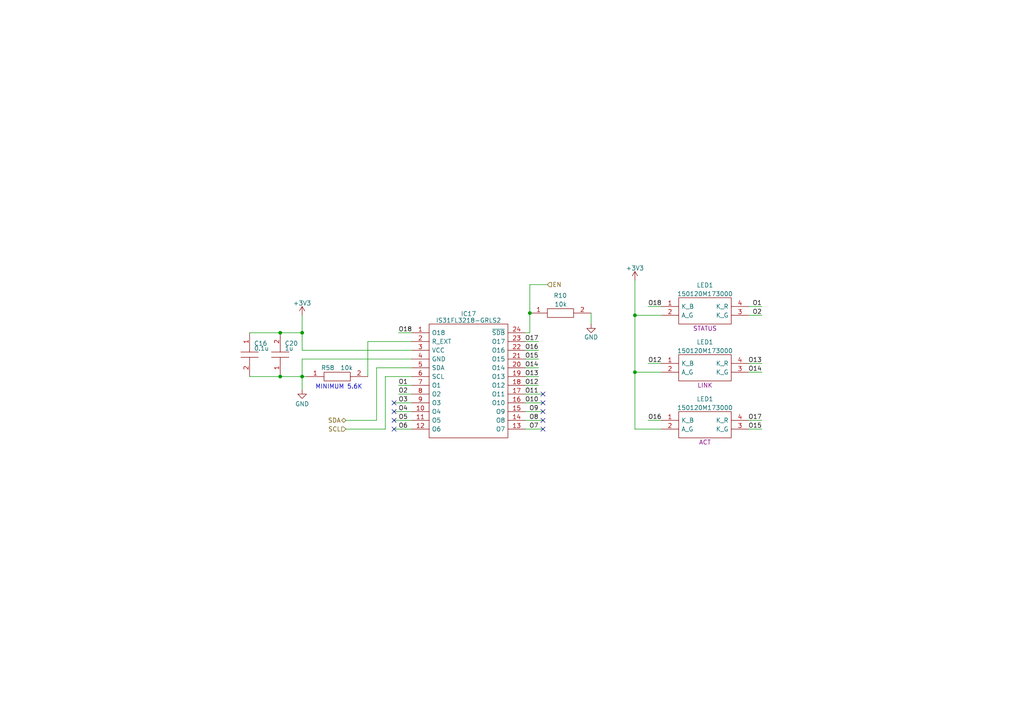
<source format=kicad_sch>
(kicad_sch
	(version 20231120)
	(generator "eeschema")
	(generator_version "8.0")
	(uuid "58a64660-cce6-45a8-8aff-87ca4a7eb9d6")
	(paper "A4")
	(title_block
		(title "Oro Link")
		(date "2024-06-09")
		(rev "7")
		(company "Oro Operating System")
		(comment 1 "://oro.sh")
		(comment 2 "Joshua Lee Junon")
	)
	(lib_symbols
		(symbol "Oro:MSAST1L3YB5104KFNA01"
			(pin_names
				(offset 0.762)
			)
			(exclude_from_sim no)
			(in_bom yes)
			(on_board yes)
			(property "Reference" "C"
				(at 8.89 6.35 0)
				(effects
					(font
						(size 1.27 1.27)
					)
					(justify left)
				)
			)
			(property "Value" "MSAST1L3YB5104KFNA01"
				(at 8.89 3.81 0)
				(effects
					(font
						(size 1.27 1.27)
					)
					(justify left)
				)
			)
			(property "Footprint" "CAPC1005X33N"
				(at 8.89 1.27 0)
				(effects
					(font
						(size 1.27 1.27)
					)
					(justify left)
					(hide yes)
				)
			)
			(property "Datasheet" "https://www.mouser.de/datasheet/2/396/TaiyoYuden_MSAST1L3YB5104KFNA01_SS-3009733.pdf"
				(at 8.89 -1.27 0)
				(effects
					(font
						(size 1.27 1.27)
					)
					(justify left)
					(hide yes)
				)
			)
			(property "Description" "Multilayer Ceramic Capacitors MLCC - SMD/SMT 0402 25VDC 0.1uF 10% X5R"
				(at 8.89 -3.81 0)
				(effects
					(font
						(size 1.27 1.27)
					)
					(justify left)
					(hide yes)
				)
			)
			(property "Height" "0.33"
				(at 8.89 -6.35 0)
				(effects
					(font
						(size 1.27 1.27)
					)
					(justify left)
					(hide yes)
				)
			)
			(property "Manufacturer_Name" "TAIYO YUDEN"
				(at 8.89 -8.89 0)
				(effects
					(font
						(size 1.27 1.27)
					)
					(justify left)
					(hide yes)
				)
			)
			(property "Manufacturer_Part_Number" "MSAST1L3YB5104KFNA01"
				(at 8.89 -11.43 0)
				(effects
					(font
						(size 1.27 1.27)
					)
					(justify left)
					(hide yes)
				)
			)
			(property "Mouser Part Number" "963-MSAST1L3YB5104KF"
				(at 8.89 -13.97 0)
				(effects
					(font
						(size 1.27 1.27)
					)
					(justify left)
					(hide yes)
				)
			)
			(property "Mouser Price/Stock" "https://www.mouser.de/ProductDetail/TAIYO-YUDEN/MSAST1L3YB5104KFNA01?qs=tlsG%2FOw5FFhBwK%252BMwEZpCA%3D%3D"
				(at 8.89 -16.51 0)
				(effects
					(font
						(size 1.27 1.27)
					)
					(justify left)
					(hide yes)
				)
			)
			(property "Arrow Part Number" ""
				(at 8.89 -19.05 0)
				(effects
					(font
						(size 1.27 1.27)
					)
					(justify left)
					(hide yes)
				)
			)
			(property "Arrow Price/Stock" ""
				(at 8.89 -21.59 0)
				(effects
					(font
						(size 1.27 1.27)
					)
					(justify left)
					(hide yes)
				)
			)
			(symbol "MSAST1L3YB5104KFNA01_0_0"
				(pin passive line
					(at 0 0 0)
					(length 5.08)
					(name "~"
						(effects
							(font
								(size 1.27 1.27)
							)
						)
					)
					(number "1"
						(effects
							(font
								(size 1.27 1.27)
							)
						)
					)
				)
				(pin passive line
					(at 12.7 0 180)
					(length 5.08)
					(name "~"
						(effects
							(font
								(size 1.27 1.27)
							)
						)
					)
					(number "2"
						(effects
							(font
								(size 1.27 1.27)
							)
						)
					)
				)
			)
			(symbol "MSAST1L3YB5104KFNA01_0_1"
				(polyline
					(pts
						(xy 5.08 0) (xy 5.588 0)
					)
					(stroke
						(width 0.1524)
						(type solid)
					)
					(fill
						(type none)
					)
				)
				(polyline
					(pts
						(xy 5.588 2.54) (xy 5.588 -2.54)
					)
					(stroke
						(width 0.1524)
						(type solid)
					)
					(fill
						(type none)
					)
				)
				(polyline
					(pts
						(xy 7.112 0) (xy 7.62 0)
					)
					(stroke
						(width 0.1524)
						(type solid)
					)
					(fill
						(type none)
					)
				)
				(polyline
					(pts
						(xy 7.112 2.54) (xy 7.112 -2.54)
					)
					(stroke
						(width 0.1524)
						(type solid)
					)
					(fill
						(type none)
					)
				)
			)
		)
		(symbol "SamacSys_Parts:0603YD105KAT2A"
			(pin_names
				(offset 0.762)
			)
			(exclude_from_sim no)
			(in_bom yes)
			(on_board yes)
			(property "Reference" "C"
				(at 8.89 6.35 0)
				(effects
					(font
						(size 1.27 1.27)
					)
					(justify left)
				)
			)
			(property "Value" "0603YD105KAT2A"
				(at 8.89 3.81 0)
				(effects
					(font
						(size 1.27 1.27)
					)
					(justify left)
				)
			)
			(property "Footprint" "CAPC1608X90N"
				(at 8.89 1.27 0)
				(effects
					(font
						(size 1.27 1.27)
					)
					(justify left)
					(hide yes)
				)
			)
			(property "Datasheet" "http://datasheets.avx.com/cx5r.pdf"
				(at 8.89 -1.27 0)
				(effects
					(font
						(size 1.27 1.27)
					)
					(justify left)
					(hide yes)
				)
			)
			(property "Description" "AVX 1uF  /-10% 16 V dc X5R Dielectric SMD Ceramic Multilayer Capacitor 0603"
				(at 8.89 -3.81 0)
				(effects
					(font
						(size 1.27 1.27)
					)
					(justify left)
					(hide yes)
				)
			)
			(property "Height" "0.9"
				(at 8.89 -6.35 0)
				(effects
					(font
						(size 1.27 1.27)
					)
					(justify left)
					(hide yes)
				)
			)
			(property "Manufacturer_Name" "AVX"
				(at 8.89 -8.89 0)
				(effects
					(font
						(size 1.27 1.27)
					)
					(justify left)
					(hide yes)
				)
			)
			(property "Manufacturer_Part_Number" "0603YD105KAT2A"
				(at 8.89 -11.43 0)
				(effects
					(font
						(size 1.27 1.27)
					)
					(justify left)
					(hide yes)
				)
			)
			(property "Mouser Part Number" "581-0603YD105K"
				(at 8.89 -13.97 0)
				(effects
					(font
						(size 1.27 1.27)
					)
					(justify left)
					(hide yes)
				)
			)
			(property "Mouser Price/Stock" "https://www.mouser.co.uk/ProductDetail/AVX/0603YD105KAT2A?qs=Gc704lYbI0yxwip%252B5td8dA%3D%3D"
				(at 8.89 -16.51 0)
				(effects
					(font
						(size 1.27 1.27)
					)
					(justify left)
					(hide yes)
				)
			)
			(property "Arrow Part Number" "0603YD105KAT2A"
				(at 8.89 -19.05 0)
				(effects
					(font
						(size 1.27 1.27)
					)
					(justify left)
					(hide yes)
				)
			)
			(property "Arrow Price/Stock" "https://www.arrow.com/en/products/0603yd105kat2a/avx"
				(at 8.89 -21.59 0)
				(effects
					(font
						(size 1.27 1.27)
					)
					(justify left)
					(hide yes)
				)
			)
			(symbol "0603YD105KAT2A_0_0"
				(pin passive line
					(at 0 0 0)
					(length 5.08)
					(name "~"
						(effects
							(font
								(size 1.27 1.27)
							)
						)
					)
					(number "1"
						(effects
							(font
								(size 1.27 1.27)
							)
						)
					)
				)
				(pin passive line
					(at 12.7 0 180)
					(length 5.08)
					(name "~"
						(effects
							(font
								(size 1.27 1.27)
							)
						)
					)
					(number "2"
						(effects
							(font
								(size 1.27 1.27)
							)
						)
					)
				)
			)
			(symbol "0603YD105KAT2A_0_1"
				(polyline
					(pts
						(xy 5.08 0) (xy 5.588 0)
					)
					(stroke
						(width 0.1524)
						(type solid)
					)
					(fill
						(type none)
					)
				)
				(polyline
					(pts
						(xy 5.588 2.54) (xy 5.588 -2.54)
					)
					(stroke
						(width 0.1524)
						(type solid)
					)
					(fill
						(type none)
					)
				)
				(polyline
					(pts
						(xy 7.112 0) (xy 7.62 0)
					)
					(stroke
						(width 0.1524)
						(type solid)
					)
					(fill
						(type none)
					)
				)
				(polyline
					(pts
						(xy 7.112 2.54) (xy 7.112 -2.54)
					)
					(stroke
						(width 0.1524)
						(type solid)
					)
					(fill
						(type none)
					)
				)
			)
		)
		(symbol "SamacSys_Parts:150120M173000"
			(pin_names
				(offset 0.762)
			)
			(exclude_from_sim no)
			(in_bom yes)
			(on_board yes)
			(property "Reference" "LED"
				(at 21.59 7.62 0)
				(effects
					(font
						(size 1.27 1.27)
					)
					(justify left)
				)
			)
			(property "Value" "150120M173000"
				(at 21.59 5.08 0)
				(effects
					(font
						(size 1.27 1.27)
					)
					(justify left)
				)
			)
			(property "Footprint" "150120M173000"
				(at 21.59 2.54 0)
				(effects
					(font
						(size 1.27 1.27)
					)
					(justify left)
					(hide yes)
				)
			)
			(property "Datasheet" "https://www.we-online.com/catalog/datasheet/150120M173000.pdf"
				(at 21.59 0 0)
				(effects
					(font
						(size 1.27 1.27)
					)
					(justify left)
					(hide yes)
				)
			)
			(property "Description" "Standard LEDs - SMD WL-SFCW SMT Full-color Chip LED waterclear 1206 RGB"
				(at 21.59 -2.54 0)
				(effects
					(font
						(size 1.27 1.27)
					)
					(justify left)
					(hide yes)
				)
			)
			(property "Height" "0.85"
				(at 21.59 -5.08 0)
				(effects
					(font
						(size 1.27 1.27)
					)
					(justify left)
					(hide yes)
				)
			)
			(property "Manufacturer_Name" "Wurth Elektronik"
				(at 21.59 -7.62 0)
				(effects
					(font
						(size 1.27 1.27)
					)
					(justify left)
					(hide yes)
				)
			)
			(property "Manufacturer_Part_Number" "150120M173000"
				(at 21.59 -10.16 0)
				(effects
					(font
						(size 1.27 1.27)
					)
					(justify left)
					(hide yes)
				)
			)
			(property "Mouser Part Number" "710-150120M173000"
				(at 21.59 -12.7 0)
				(effects
					(font
						(size 1.27 1.27)
					)
					(justify left)
					(hide yes)
				)
			)
			(property "Mouser Price/Stock" "https://www.mouser.co.uk/ProductDetail/Wurth-Elektronik/150120M173000?qs=GedFDFLaBXG2uqjQCP7dEg%3D%3D"
				(at 21.59 -15.24 0)
				(effects
					(font
						(size 1.27 1.27)
					)
					(justify left)
					(hide yes)
				)
			)
			(property "Arrow Part Number" ""
				(at 21.59 -17.78 0)
				(effects
					(font
						(size 1.27 1.27)
					)
					(justify left)
					(hide yes)
				)
			)
			(property "Arrow Price/Stock" ""
				(at 21.59 -20.32 0)
				(effects
					(font
						(size 1.27 1.27)
					)
					(justify left)
					(hide yes)
				)
			)
			(property "Mouser Testing Part Number" ""
				(at 21.59 -22.86 0)
				(effects
					(font
						(size 1.27 1.27)
					)
					(justify left)
					(hide yes)
				)
			)
			(property "Mouser Testing Price/Stock" ""
				(at 21.59 -25.4 0)
				(effects
					(font
						(size 1.27 1.27)
					)
					(justify left)
					(hide yes)
				)
			)
			(symbol "150120M173000_0_0"
				(pin passive line
					(at 0 0 0)
					(length 5.08)
					(name "K_B"
						(effects
							(font
								(size 1.27 1.27)
							)
						)
					)
					(number "1"
						(effects
							(font
								(size 1.27 1.27)
							)
						)
					)
				)
				(pin passive line
					(at 0 -2.54 0)
					(length 5.08)
					(name "A_G"
						(effects
							(font
								(size 1.27 1.27)
							)
						)
					)
					(number "2"
						(effects
							(font
								(size 1.27 1.27)
							)
						)
					)
				)
				(pin passive line
					(at 25.4 -2.54 180)
					(length 5.08)
					(name "K_G"
						(effects
							(font
								(size 1.27 1.27)
							)
						)
					)
					(number "3"
						(effects
							(font
								(size 1.27 1.27)
							)
						)
					)
				)
				(pin passive line
					(at 25.4 0 180)
					(length 5.08)
					(name "K_R"
						(effects
							(font
								(size 1.27 1.27)
							)
						)
					)
					(number "4"
						(effects
							(font
								(size 1.27 1.27)
							)
						)
					)
				)
			)
			(symbol "150120M173000_0_1"
				(polyline
					(pts
						(xy 5.08 2.54) (xy 20.32 2.54) (xy 20.32 -5.08) (xy 5.08 -5.08) (xy 5.08 2.54)
					)
					(stroke
						(width 0.1524)
						(type default)
					)
					(fill
						(type none)
					)
				)
			)
		)
		(symbol "SamacSys_Parts:IS31FL3218-GRLS2"
			(pin_names
				(offset 0.762)
			)
			(exclude_from_sim no)
			(in_bom yes)
			(on_board yes)
			(property "Reference" "IC"
				(at 29.21 7.62 0)
				(effects
					(font
						(size 1.27 1.27)
					)
					(justify left)
				)
			)
			(property "Value" "IS31FL3218-GRLS2"
				(at 29.21 5.08 0)
				(effects
					(font
						(size 1.27 1.27)
					)
					(justify left)
				)
			)
			(property "Footprint" "SOIC127P1036X265-24N"
				(at 29.21 2.54 0)
				(effects
					(font
						(size 1.27 1.27)
					)
					(justify left)
					(hide yes)
				)
			)
			(property "Datasheet" "https://www.mouser.de/datasheet/2/198/IS31FL3218_DS-1949531.pdf"
				(at 29.21 0 0)
				(effects
					(font
						(size 1.27 1.27)
					)
					(justify left)
					(hide yes)
				)
			)
			(property "Description" "IC LED DRIVER 18CH CC PWM 24SOIC"
				(at 29.21 -2.54 0)
				(effects
					(font
						(size 1.27 1.27)
					)
					(justify left)
					(hide yes)
				)
			)
			(property "Height" "2.65"
				(at 29.21 -5.08 0)
				(effects
					(font
						(size 1.27 1.27)
					)
					(justify left)
					(hide yes)
				)
			)
			(property "Manufacturer_Name" "Lumissil"
				(at 29.21 -7.62 0)
				(effects
					(font
						(size 1.27 1.27)
					)
					(justify left)
					(hide yes)
				)
			)
			(property "Manufacturer_Part_Number" "IS31FL3218-GRLS2"
				(at 29.21 -10.16 0)
				(effects
					(font
						(size 1.27 1.27)
					)
					(justify left)
					(hide yes)
				)
			)
			(property "Mouser Part Number" ""
				(at 29.21 -12.7 0)
				(effects
					(font
						(size 1.27 1.27)
					)
					(justify left)
					(hide yes)
				)
			)
			(property "Mouser Price/Stock" ""
				(at 29.21 -15.24 0)
				(effects
					(font
						(size 1.27 1.27)
					)
					(justify left)
					(hide yes)
				)
			)
			(property "Arrow Part Number" ""
				(at 29.21 -17.78 0)
				(effects
					(font
						(size 1.27 1.27)
					)
					(justify left)
					(hide yes)
				)
			)
			(property "Arrow Price/Stock" ""
				(at 29.21 -20.32 0)
				(effects
					(font
						(size 1.27 1.27)
					)
					(justify left)
					(hide yes)
				)
			)
			(symbol "IS31FL3218-GRLS2_0_0"
				(pin passive line
					(at 0 0 0)
					(length 5.08)
					(name "O18"
						(effects
							(font
								(size 1.27 1.27)
							)
						)
					)
					(number "1"
						(effects
							(font
								(size 1.27 1.27)
							)
						)
					)
				)
				(pin passive line
					(at 0 -22.86 0)
					(length 5.08)
					(name "O4"
						(effects
							(font
								(size 1.27 1.27)
							)
						)
					)
					(number "10"
						(effects
							(font
								(size 1.27 1.27)
							)
						)
					)
				)
				(pin passive line
					(at 0 -25.4 0)
					(length 5.08)
					(name "O5"
						(effects
							(font
								(size 1.27 1.27)
							)
						)
					)
					(number "11"
						(effects
							(font
								(size 1.27 1.27)
							)
						)
					)
				)
				(pin passive line
					(at 0 -27.94 0)
					(length 5.08)
					(name "O6"
						(effects
							(font
								(size 1.27 1.27)
							)
						)
					)
					(number "12"
						(effects
							(font
								(size 1.27 1.27)
							)
						)
					)
				)
				(pin passive line
					(at 33.02 -27.94 180)
					(length 5.08)
					(name "O7"
						(effects
							(font
								(size 1.27 1.27)
							)
						)
					)
					(number "13"
						(effects
							(font
								(size 1.27 1.27)
							)
						)
					)
				)
				(pin passive line
					(at 33.02 -25.4 180)
					(length 5.08)
					(name "O8"
						(effects
							(font
								(size 1.27 1.27)
							)
						)
					)
					(number "14"
						(effects
							(font
								(size 1.27 1.27)
							)
						)
					)
				)
				(pin passive line
					(at 33.02 -22.86 180)
					(length 5.08)
					(name "O9"
						(effects
							(font
								(size 1.27 1.27)
							)
						)
					)
					(number "15"
						(effects
							(font
								(size 1.27 1.27)
							)
						)
					)
				)
				(pin passive line
					(at 33.02 -20.32 180)
					(length 5.08)
					(name "O10"
						(effects
							(font
								(size 1.27 1.27)
							)
						)
					)
					(number "16"
						(effects
							(font
								(size 1.27 1.27)
							)
						)
					)
				)
				(pin passive line
					(at 33.02 -17.78 180)
					(length 5.08)
					(name "O11"
						(effects
							(font
								(size 1.27 1.27)
							)
						)
					)
					(number "17"
						(effects
							(font
								(size 1.27 1.27)
							)
						)
					)
				)
				(pin passive line
					(at 33.02 -15.24 180)
					(length 5.08)
					(name "O12"
						(effects
							(font
								(size 1.27 1.27)
							)
						)
					)
					(number "18"
						(effects
							(font
								(size 1.27 1.27)
							)
						)
					)
				)
				(pin passive line
					(at 33.02 -12.7 180)
					(length 5.08)
					(name "O13"
						(effects
							(font
								(size 1.27 1.27)
							)
						)
					)
					(number "19"
						(effects
							(font
								(size 1.27 1.27)
							)
						)
					)
				)
				(pin passive line
					(at 0 -2.54 0)
					(length 5.08)
					(name "R_EXT"
						(effects
							(font
								(size 1.27 1.27)
							)
						)
					)
					(number "2"
						(effects
							(font
								(size 1.27 1.27)
							)
						)
					)
				)
				(pin passive line
					(at 33.02 -10.16 180)
					(length 5.08)
					(name "O14"
						(effects
							(font
								(size 1.27 1.27)
							)
						)
					)
					(number "20"
						(effects
							(font
								(size 1.27 1.27)
							)
						)
					)
				)
				(pin passive line
					(at 33.02 -7.62 180)
					(length 5.08)
					(name "O15"
						(effects
							(font
								(size 1.27 1.27)
							)
						)
					)
					(number "21"
						(effects
							(font
								(size 1.27 1.27)
							)
						)
					)
				)
				(pin passive line
					(at 33.02 -5.08 180)
					(length 5.08)
					(name "O16"
						(effects
							(font
								(size 1.27 1.27)
							)
						)
					)
					(number "22"
						(effects
							(font
								(size 1.27 1.27)
							)
						)
					)
				)
				(pin passive line
					(at 33.02 -2.54 180)
					(length 5.08)
					(name "O17"
						(effects
							(font
								(size 1.27 1.27)
							)
						)
					)
					(number "23"
						(effects
							(font
								(size 1.27 1.27)
							)
						)
					)
				)
				(pin input line
					(at 33.02 0 180)
					(length 5.08)
					(name "~{SDB}"
						(effects
							(font
								(size 1.27 1.27)
							)
						)
					)
					(number "24"
						(effects
							(font
								(size 1.27 1.27)
							)
						)
					)
				)
				(pin power_in line
					(at 0 -5.08 0)
					(length 5.08)
					(name "VCC"
						(effects
							(font
								(size 1.27 1.27)
							)
						)
					)
					(number "3"
						(effects
							(font
								(size 1.27 1.27)
							)
						)
					)
				)
				(pin power_in line
					(at 0 -7.62 0)
					(length 5.08)
					(name "GND"
						(effects
							(font
								(size 1.27 1.27)
							)
						)
					)
					(number "4"
						(effects
							(font
								(size 1.27 1.27)
							)
						)
					)
				)
				(pin bidirectional line
					(at 0 -10.16 0)
					(length 5.08)
					(name "SDA"
						(effects
							(font
								(size 1.27 1.27)
							)
						)
					)
					(number "5"
						(effects
							(font
								(size 1.27 1.27)
							)
						)
					)
				)
				(pin input line
					(at 0 -12.7 0)
					(length 5.08)
					(name "SCL"
						(effects
							(font
								(size 1.27 1.27)
							)
						)
					)
					(number "6"
						(effects
							(font
								(size 1.27 1.27)
							)
						)
					)
				)
				(pin passive line
					(at 0 -15.24 0)
					(length 5.08)
					(name "O1"
						(effects
							(font
								(size 1.27 1.27)
							)
						)
					)
					(number "7"
						(effects
							(font
								(size 1.27 1.27)
							)
						)
					)
				)
				(pin passive line
					(at 0 -17.78 0)
					(length 5.08)
					(name "O2"
						(effects
							(font
								(size 1.27 1.27)
							)
						)
					)
					(number "8"
						(effects
							(font
								(size 1.27 1.27)
							)
						)
					)
				)
				(pin passive line
					(at 0 -20.32 0)
					(length 5.08)
					(name "O3"
						(effects
							(font
								(size 1.27 1.27)
							)
						)
					)
					(number "9"
						(effects
							(font
								(size 1.27 1.27)
							)
						)
					)
				)
			)
			(symbol "IS31FL3218-GRLS2_0_1"
				(polyline
					(pts
						(xy 5.08 2.54) (xy 27.94 2.54) (xy 27.94 -30.48) (xy 5.08 -30.48) (xy 5.08 2.54)
					)
					(stroke
						(width 0.1524)
						(type solid)
					)
					(fill
						(type none)
					)
				)
			)
		)
		(symbol "SamacSys_Parts:RK73H1ETTP1002F"
			(pin_names
				(offset 0.762)
			)
			(exclude_from_sim no)
			(in_bom yes)
			(on_board yes)
			(property "Reference" "R"
				(at 13.97 6.35 0)
				(effects
					(font
						(size 1.27 1.27)
					)
					(justify left)
				)
			)
			(property "Value" "RK73H1ETTP1002F"
				(at 13.97 3.81 0)
				(effects
					(font
						(size 1.27 1.27)
					)
					(justify left)
				)
			)
			(property "Footprint" "RESC1005X40N"
				(at 13.97 1.27 0)
				(effects
					(font
						(size 1.27 1.27)
					)
					(justify left)
					(hide yes)
				)
			)
			(property "Datasheet" "http://www.koaspeer.com/catimages/Products/RK73-RT/RK73-RT.pdf"
				(at 13.97 -1.27 0)
				(effects
					(font
						(size 1.27 1.27)
					)
					(justify left)
					(hide yes)
				)
			)
			(property "Description" "Resistor,ThickFilm1005,0.063W,10kohm"
				(at 13.97 -3.81 0)
				(effects
					(font
						(size 1.27 1.27)
					)
					(justify left)
					(hide yes)
				)
			)
			(property "Height" "0.4"
				(at 13.97 -6.35 0)
				(effects
					(font
						(size 1.27 1.27)
					)
					(justify left)
					(hide yes)
				)
			)
			(property "Manufacturer_Name" "KOA Speer"
				(at 13.97 -8.89 0)
				(effects
					(font
						(size 1.27 1.27)
					)
					(justify left)
					(hide yes)
				)
			)
			(property "Manufacturer_Part_Number" "RK73H1ETTP1002F"
				(at 13.97 -11.43 0)
				(effects
					(font
						(size 1.27 1.27)
					)
					(justify left)
					(hide yes)
				)
			)
			(property "Mouser Part Number" "660-RK73H1ETTP1002F"
				(at 13.97 -13.97 0)
				(effects
					(font
						(size 1.27 1.27)
					)
					(justify left)
					(hide yes)
				)
			)
			(property "Mouser Price/Stock" "https://www.mouser.co.uk/ProductDetail/KOA-Speer/RK73H1ETTP1002F?qs=uLfVlVfCHH2OZ4JTybrBPQ%3D%3D"
				(at 13.97 -16.51 0)
				(effects
					(font
						(size 1.27 1.27)
					)
					(justify left)
					(hide yes)
				)
			)
			(property "Arrow Part Number" "RK73H1ETTP1002F"
				(at 13.97 -19.05 0)
				(effects
					(font
						(size 1.27 1.27)
					)
					(justify left)
					(hide yes)
				)
			)
			(property "Arrow Price/Stock" "https://www.arrow.com/en/products/rk73h1ettp1002f/koa-speer-electronics?region=nac"
				(at 13.97 -21.59 0)
				(effects
					(font
						(size 1.27 1.27)
					)
					(justify left)
					(hide yes)
				)
			)
			(symbol "RK73H1ETTP1002F_0_0"
				(pin passive line
					(at 0 0 0)
					(length 5.08)
					(name "~"
						(effects
							(font
								(size 1.27 1.27)
							)
						)
					)
					(number "1"
						(effects
							(font
								(size 1.27 1.27)
							)
						)
					)
				)
				(pin passive line
					(at 17.78 0 180)
					(length 5.08)
					(name "~"
						(effects
							(font
								(size 1.27 1.27)
							)
						)
					)
					(number "2"
						(effects
							(font
								(size 1.27 1.27)
							)
						)
					)
				)
			)
			(symbol "RK73H1ETTP1002F_0_1"
				(polyline
					(pts
						(xy 5.08 1.27) (xy 12.7 1.27) (xy 12.7 -1.27) (xy 5.08 -1.27) (xy 5.08 1.27)
					)
					(stroke
						(width 0.1524)
						(type solid)
					)
					(fill
						(type none)
					)
				)
			)
		)
		(symbol "power:+3V3"
			(power)
			(pin_names
				(offset 0)
			)
			(exclude_from_sim no)
			(in_bom yes)
			(on_board yes)
			(property "Reference" "#PWR"
				(at 0 -3.81 0)
				(effects
					(font
						(size 1.27 1.27)
					)
					(hide yes)
				)
			)
			(property "Value" "+3V3"
				(at 0 3.556 0)
				(effects
					(font
						(size 1.27 1.27)
					)
				)
			)
			(property "Footprint" ""
				(at 0 0 0)
				(effects
					(font
						(size 1.27 1.27)
					)
					(hide yes)
				)
			)
			(property "Datasheet" ""
				(at 0 0 0)
				(effects
					(font
						(size 1.27 1.27)
					)
					(hide yes)
				)
			)
			(property "Description" "Power symbol creates a global label with name \"+3V3\""
				(at 0 0 0)
				(effects
					(font
						(size 1.27 1.27)
					)
					(hide yes)
				)
			)
			(property "ki_keywords" "global power"
				(at 0 0 0)
				(effects
					(font
						(size 1.27 1.27)
					)
					(hide yes)
				)
			)
			(symbol "+3V3_0_1"
				(polyline
					(pts
						(xy -0.762 1.27) (xy 0 2.54)
					)
					(stroke
						(width 0)
						(type default)
					)
					(fill
						(type none)
					)
				)
				(polyline
					(pts
						(xy 0 0) (xy 0 2.54)
					)
					(stroke
						(width 0)
						(type default)
					)
					(fill
						(type none)
					)
				)
				(polyline
					(pts
						(xy 0 2.54) (xy 0.762 1.27)
					)
					(stroke
						(width 0)
						(type default)
					)
					(fill
						(type none)
					)
				)
			)
			(symbol "+3V3_1_1"
				(pin power_in line
					(at 0 0 90)
					(length 0) hide
					(name "+3V3"
						(effects
							(font
								(size 1.27 1.27)
							)
						)
					)
					(number "1"
						(effects
							(font
								(size 1.27 1.27)
							)
						)
					)
				)
			)
		)
		(symbol "power:GND"
			(power)
			(pin_names
				(offset 0)
			)
			(exclude_from_sim no)
			(in_bom yes)
			(on_board yes)
			(property "Reference" "#PWR"
				(at 0 -6.35 0)
				(effects
					(font
						(size 1.27 1.27)
					)
					(hide yes)
				)
			)
			(property "Value" "GND"
				(at 0 -3.81 0)
				(effects
					(font
						(size 1.27 1.27)
					)
				)
			)
			(property "Footprint" ""
				(at 0 0 0)
				(effects
					(font
						(size 1.27 1.27)
					)
					(hide yes)
				)
			)
			(property "Datasheet" ""
				(at 0 0 0)
				(effects
					(font
						(size 1.27 1.27)
					)
					(hide yes)
				)
			)
			(property "Description" "Power symbol creates a global label with name \"GND\" , ground"
				(at 0 0 0)
				(effects
					(font
						(size 1.27 1.27)
					)
					(hide yes)
				)
			)
			(property "ki_keywords" "global power"
				(at 0 0 0)
				(effects
					(font
						(size 1.27 1.27)
					)
					(hide yes)
				)
			)
			(symbol "GND_0_1"
				(polyline
					(pts
						(xy 0 0) (xy 0 -1.27) (xy 1.27 -1.27) (xy 0 -2.54) (xy -1.27 -1.27) (xy 0 -1.27)
					)
					(stroke
						(width 0)
						(type default)
					)
					(fill
						(type none)
					)
				)
			)
			(symbol "GND_1_1"
				(pin power_in line
					(at 0 0 270)
					(length 0) hide
					(name "GND"
						(effects
							(font
								(size 1.27 1.27)
							)
						)
					)
					(number "1"
						(effects
							(font
								(size 1.27 1.27)
							)
						)
					)
				)
			)
		)
	)
	(junction
		(at 81.28 96.52)
		(diameter 0)
		(color 0 0 0 0)
		(uuid "13fd102a-ad36-4a70-9857-3c40af36b0d9")
	)
	(junction
		(at 87.63 96.52)
		(diameter 0)
		(color 0 0 0 0)
		(uuid "171fac52-950a-4976-ab8c-113d52b46de3")
	)
	(junction
		(at 81.28 109.22)
		(diameter 0)
		(color 0 0 0 0)
		(uuid "772f376a-00cd-4bf0-9293-61dc005add0b")
	)
	(junction
		(at 184.15 91.44)
		(diameter 0)
		(color 0 0 0 0)
		(uuid "82b650f6-2334-4536-882d-237f638c77b1")
	)
	(junction
		(at 153.67 90.805)
		(diameter 0)
		(color 0 0 0 0)
		(uuid "93638a05-2e8a-4b3f-9248-fc43a5583f93")
	)
	(junction
		(at 87.63 109.22)
		(diameter 0)
		(color 0 0 0 0)
		(uuid "db8dbad9-2d84-489d-948d-73a6f620cb43")
	)
	(junction
		(at 184.15 107.95)
		(diameter 0)
		(color 0 0 0 0)
		(uuid "ec29210a-ab4c-415b-bc23-9e727bb2923a")
	)
	(no_connect
		(at 157.48 121.92)
		(uuid "1450e037-956f-4944-812a-bb194faf1736")
	)
	(no_connect
		(at 157.48 116.84)
		(uuid "1a6349c2-11fe-414f-bc14-39bccff0af45")
	)
	(no_connect
		(at 114.3 119.38)
		(uuid "204d8736-fb97-4931-91f1-dd5a5d61f498")
	)
	(no_connect
		(at 157.48 124.46)
		(uuid "2ed40950-82bd-46e3-bd5a-e372b9bfdc65")
	)
	(no_connect
		(at 114.3 121.92)
		(uuid "7be36e0d-28db-4cdc-9e07-788c5057beef")
	)
	(no_connect
		(at 114.3 124.46)
		(uuid "8a0a5d46-de95-4990-b143-8da469642645")
	)
	(no_connect
		(at 114.3 116.84)
		(uuid "9b5cd661-d01c-4f32-9988-ec4d4e52110e")
	)
	(no_connect
		(at 157.48 119.38)
		(uuid "a83dc81e-71c5-457a-ad1e-f40fe7457955")
	)
	(no_connect
		(at 157.48 114.3)
		(uuid "fb54bde8-0fdf-4a86-a58c-d0fcbacd29da")
	)
	(wire
		(pts
			(xy 220.98 107.95) (xy 217.17 107.95)
		)
		(stroke
			(width 0)
			(type default)
		)
		(uuid "03d1d5e4-fdd8-44e8-b167-50458f70e125")
	)
	(wire
		(pts
			(xy 171.45 90.805) (xy 171.45 93.98)
		)
		(stroke
			(width 0)
			(type default)
		)
		(uuid "05065296-d75a-4624-a12a-80fe61d21433")
	)
	(wire
		(pts
			(xy 87.63 109.22) (xy 87.63 113.03)
		)
		(stroke
			(width 0)
			(type default)
		)
		(uuid "0af3dae8-a8b3-43fc-be57-0160a93091d0")
	)
	(wire
		(pts
			(xy 156.21 111.76) (xy 152.4 111.76)
		)
		(stroke
			(width 0)
			(type default)
		)
		(uuid "0de68190-d87b-4f12-bd1d-288de782474f")
	)
	(wire
		(pts
			(xy 114.3 121.92) (xy 119.38 121.92)
		)
		(stroke
			(width 0)
			(type default)
		)
		(uuid "140a207b-8902-4309-934a-9e6be84d6747")
	)
	(wire
		(pts
			(xy 156.21 106.68) (xy 152.4 106.68)
		)
		(stroke
			(width 0)
			(type default)
		)
		(uuid "14be4124-f689-47b3-9f05-6ba53288b242")
	)
	(wire
		(pts
			(xy 115.57 111.76) (xy 119.38 111.76)
		)
		(stroke
			(width 0)
			(type default)
		)
		(uuid "1637b05c-bae9-4e28-b6f6-387461da6bf3")
	)
	(wire
		(pts
			(xy 187.96 105.41) (xy 191.77 105.41)
		)
		(stroke
			(width 0)
			(type default)
		)
		(uuid "18c76528-65c4-4928-bfca-29abd2666f88")
	)
	(wire
		(pts
			(xy 106.68 109.22) (xy 106.68 99.06)
		)
		(stroke
			(width 0)
			(type default)
		)
		(uuid "1a52e577-1977-47b1-aaf2-258678894cd7")
	)
	(wire
		(pts
			(xy 87.63 96.52) (xy 87.63 101.6)
		)
		(stroke
			(width 0)
			(type default)
		)
		(uuid "1f358278-4c39-41ce-bfdc-49916ded5565")
	)
	(wire
		(pts
			(xy 87.63 104.14) (xy 87.63 109.22)
		)
		(stroke
			(width 0)
			(type default)
		)
		(uuid "214df240-51b9-43d0-a03c-e2a280bbfe26")
	)
	(wire
		(pts
			(xy 87.63 104.14) (xy 119.38 104.14)
		)
		(stroke
			(width 0)
			(type default)
		)
		(uuid "23e1852a-8923-458b-8e66-9a3793ccc815")
	)
	(wire
		(pts
			(xy 72.39 96.52) (xy 81.28 96.52)
		)
		(stroke
			(width 0)
			(type default)
		)
		(uuid "306ce0e1-d2b1-4238-af16-796d3ae04dea")
	)
	(wire
		(pts
			(xy 153.67 90.805) (xy 153.67 96.52)
		)
		(stroke
			(width 0)
			(type default)
		)
		(uuid "3520ce0e-fd88-4e11-a292-36d9ac518488")
	)
	(wire
		(pts
			(xy 87.63 91.44) (xy 87.63 96.52)
		)
		(stroke
			(width 0)
			(type default)
		)
		(uuid "35b3ae30-0bb0-4797-a2a6-1aa21c0dc542")
	)
	(wire
		(pts
			(xy 100.33 121.92) (xy 109.22 121.92)
		)
		(stroke
			(width 0)
			(type default)
		)
		(uuid "36223cb0-bc72-4ee4-905c-6fb4b60c2bdb")
	)
	(wire
		(pts
			(xy 156.21 104.14) (xy 152.4 104.14)
		)
		(stroke
			(width 0)
			(type default)
		)
		(uuid "36a91a84-bb01-4d13-a54a-96d0a68f9d05")
	)
	(wire
		(pts
			(xy 220.98 91.44) (xy 217.17 91.44)
		)
		(stroke
			(width 0)
			(type default)
		)
		(uuid "38207a0c-bb77-4313-86d2-d15b08dcbafd")
	)
	(wire
		(pts
			(xy 157.48 114.3) (xy 152.4 114.3)
		)
		(stroke
			(width 0)
			(type default)
		)
		(uuid "39b9ddf8-d290-44ad-887c-48eb1a305b50")
	)
	(wire
		(pts
			(xy 220.98 124.46) (xy 217.17 124.46)
		)
		(stroke
			(width 0)
			(type default)
		)
		(uuid "413511e9-4d15-4366-b4e6-309845d932d9")
	)
	(wire
		(pts
			(xy 114.3 124.46) (xy 119.38 124.46)
		)
		(stroke
			(width 0)
			(type default)
		)
		(uuid "4301395e-0594-468f-8ff6-bc9a6dbccc57")
	)
	(wire
		(pts
			(xy 152.4 101.6) (xy 156.21 101.6)
		)
		(stroke
			(width 0)
			(type default)
		)
		(uuid "45705cd0-32a6-4ae5-bdb1-1f16e9d47a4a")
	)
	(wire
		(pts
			(xy 114.3 116.84) (xy 119.38 116.84)
		)
		(stroke
			(width 0)
			(type default)
		)
		(uuid "46f59524-1c93-4f50-8066-bcf94ae7cf5c")
	)
	(wire
		(pts
			(xy 157.48 119.38) (xy 152.4 119.38)
		)
		(stroke
			(width 0)
			(type default)
		)
		(uuid "4b0b5e2d-fa60-4405-8af7-82d29b5fd149")
	)
	(wire
		(pts
			(xy 184.15 107.95) (xy 184.15 124.46)
		)
		(stroke
			(width 0)
			(type default)
		)
		(uuid "58d83ee6-7a56-4414-8ea4-8e00b420d565")
	)
	(wire
		(pts
			(xy 119.38 109.22) (xy 111.76 109.22)
		)
		(stroke
			(width 0)
			(type default)
		)
		(uuid "5fe60a42-b8c6-4cad-bfad-06dece8fa877")
	)
	(wire
		(pts
			(xy 111.76 124.46) (xy 111.76 109.22)
		)
		(stroke
			(width 0)
			(type default)
		)
		(uuid "62f281d1-a4d6-4ab6-adfd-b4283cb90096")
	)
	(wire
		(pts
			(xy 152.4 96.52) (xy 153.67 96.52)
		)
		(stroke
			(width 0)
			(type default)
		)
		(uuid "63e421ba-4969-4b28-bdb4-ebfcf8af8c66")
	)
	(wire
		(pts
			(xy 220.98 88.9) (xy 217.17 88.9)
		)
		(stroke
			(width 0)
			(type default)
		)
		(uuid "6e80e271-a533-41da-8e1b-a90c071b5c53")
	)
	(wire
		(pts
			(xy 88.9 109.22) (xy 87.63 109.22)
		)
		(stroke
			(width 0)
			(type default)
		)
		(uuid "7175dd70-bbd2-44f8-a45f-a05478042d97")
	)
	(wire
		(pts
			(xy 184.15 107.95) (xy 191.77 107.95)
		)
		(stroke
			(width 0)
			(type default)
		)
		(uuid "746503cb-e911-41af-9cde-6f903535d5d4")
	)
	(wire
		(pts
			(xy 115.57 114.3) (xy 119.38 114.3)
		)
		(stroke
			(width 0)
			(type default)
		)
		(uuid "74e07b1a-7370-4852-96ba-5aaad250f6bd")
	)
	(wire
		(pts
			(xy 152.4 99.06) (xy 156.21 99.06)
		)
		(stroke
			(width 0)
			(type default)
		)
		(uuid "7a8abad8-0374-48e5-8b77-b07727264825")
	)
	(wire
		(pts
			(xy 184.15 91.44) (xy 184.15 107.95)
		)
		(stroke
			(width 0)
			(type default)
		)
		(uuid "9a27b163-2fcb-4954-9244-bc255399af90")
	)
	(wire
		(pts
			(xy 220.98 121.92) (xy 217.17 121.92)
		)
		(stroke
			(width 0)
			(type default)
		)
		(uuid "9d951af2-acbb-47cf-93f1-54376aeba195")
	)
	(wire
		(pts
			(xy 81.28 109.22) (xy 87.63 109.22)
		)
		(stroke
			(width 0)
			(type default)
		)
		(uuid "a18c7c62-19c5-4ce0-bafa-4a3453a83298")
	)
	(wire
		(pts
			(xy 184.15 91.44) (xy 191.77 91.44)
		)
		(stroke
			(width 0)
			(type default)
		)
		(uuid "a48e36ef-75f3-462b-959a-4bcbd5a97c9f")
	)
	(wire
		(pts
			(xy 115.57 96.52) (xy 119.38 96.52)
		)
		(stroke
			(width 0)
			(type default)
		)
		(uuid "a576727c-7cd4-42cf-9351-7471953c2c85")
	)
	(wire
		(pts
			(xy 87.63 101.6) (xy 119.38 101.6)
		)
		(stroke
			(width 0)
			(type default)
		)
		(uuid "ab9a3944-37db-44e0-b699-19a39e53187d")
	)
	(wire
		(pts
			(xy 184.15 81.28) (xy 184.15 91.44)
		)
		(stroke
			(width 0)
			(type default)
		)
		(uuid "afcf14ca-256c-4398-822f-30750616cea0")
	)
	(wire
		(pts
			(xy 157.48 124.46) (xy 152.4 124.46)
		)
		(stroke
			(width 0)
			(type default)
		)
		(uuid "b0d042b7-9e06-4698-a547-b5a28324fe96")
	)
	(wire
		(pts
			(xy 106.68 99.06) (xy 119.38 99.06)
		)
		(stroke
			(width 0)
			(type default)
		)
		(uuid "b4441938-edea-4cd7-a403-3c0f88a87f45")
	)
	(wire
		(pts
			(xy 152.4 109.22) (xy 156.21 109.22)
		)
		(stroke
			(width 0)
			(type default)
		)
		(uuid "c1185e17-f495-4f68-8cdf-50e9e153b996")
	)
	(wire
		(pts
			(xy 72.39 109.22) (xy 81.28 109.22)
		)
		(stroke
			(width 0)
			(type default)
		)
		(uuid "cc086c5f-ae09-4814-a4fe-9aa2310449b0")
	)
	(wire
		(pts
			(xy 157.48 116.84) (xy 152.4 116.84)
		)
		(stroke
			(width 0)
			(type default)
		)
		(uuid "cea07cd1-1b64-4c4d-bd68-488798c2b998")
	)
	(wire
		(pts
			(xy 187.96 88.9) (xy 191.77 88.9)
		)
		(stroke
			(width 0)
			(type default)
		)
		(uuid "d45aefca-39c9-4f0a-adc6-578572133075")
	)
	(wire
		(pts
			(xy 109.22 121.92) (xy 109.22 106.68)
		)
		(stroke
			(width 0)
			(type default)
		)
		(uuid "dadb7236-49d6-4520-af1d-a738ebbf9c7e")
	)
	(wire
		(pts
			(xy 114.3 119.38) (xy 119.38 119.38)
		)
		(stroke
			(width 0)
			(type default)
		)
		(uuid "db33e589-b27a-44b0-8782-2f18ccf9a910")
	)
	(wire
		(pts
			(xy 220.98 105.41) (xy 217.17 105.41)
		)
		(stroke
			(width 0)
			(type default)
		)
		(uuid "dc75e202-49f4-4cfb-8df5-3ff90167c11d")
	)
	(wire
		(pts
			(xy 100.33 124.46) (xy 111.76 124.46)
		)
		(stroke
			(width 0)
			(type default)
		)
		(uuid "e4589400-ebce-4d8f-aecd-ba02cb11aa8f")
	)
	(wire
		(pts
			(xy 187.96 121.92) (xy 191.77 121.92)
		)
		(stroke
			(width 0)
			(type default)
		)
		(uuid "e4c53e2f-3efe-4333-a1f1-f429cbbd4417")
	)
	(wire
		(pts
			(xy 184.15 124.46) (xy 191.77 124.46)
		)
		(stroke
			(width 0)
			(type default)
		)
		(uuid "e7e14c07-f051-4b9e-ab65-a82080b16e63")
	)
	(wire
		(pts
			(xy 81.28 96.52) (xy 87.63 96.52)
		)
		(stroke
			(width 0)
			(type default)
		)
		(uuid "e9c0d809-6b19-4dc1-a242-8461de181b18")
	)
	(wire
		(pts
			(xy 153.67 82.55) (xy 153.67 90.805)
		)
		(stroke
			(width 0)
			(type default)
		)
		(uuid "ed04cee2-d8c8-4e53-8588-bc0ea772fa9b")
	)
	(wire
		(pts
			(xy 119.38 106.68) (xy 109.22 106.68)
		)
		(stroke
			(width 0)
			(type default)
		)
		(uuid "f0a05c10-e4e3-4ecb-97f2-ecf30f6490d4")
	)
	(wire
		(pts
			(xy 158.75 82.55) (xy 153.67 82.55)
		)
		(stroke
			(width 0)
			(type default)
		)
		(uuid "f919eee4-acc7-479d-ab0e-fd8c30073210")
	)
	(wire
		(pts
			(xy 157.48 121.92) (xy 152.4 121.92)
		)
		(stroke
			(width 0)
			(type default)
		)
		(uuid "fc3ef6ec-210e-455b-99c6-6d13a8f64237")
	)
	(text "MINIMUM 5.6K"
		(exclude_from_sim no)
		(at 91.44 113.03 0)
		(effects
			(font
				(size 1.27 1.27)
			)
			(justify left bottom)
		)
		(uuid "88741e28-91ad-4607-8ab3-93d4f830c1f4")
	)
	(label "O17"
		(at 156.21 99.06 180)
		(fields_autoplaced yes)
		(effects
			(font
				(size 1.27 1.27)
			)
			(justify right bottom)
		)
		(uuid "00d4a332-11fd-46aa-9c93-ba76fcbe44bd")
	)
	(label "O18"
		(at 115.57 96.52 0)
		(fields_autoplaced yes)
		(effects
			(font
				(size 1.27 1.27)
			)
			(justify left bottom)
		)
		(uuid "02c42dc2-72b3-4b31-aa99-ac48994ef8ec")
	)
	(label "O2"
		(at 115.57 114.3 0)
		(fields_autoplaced yes)
		(effects
			(font
				(size 1.27 1.27)
			)
			(justify left bottom)
		)
		(uuid "175e8e7f-d376-4125-b3cb-8199bb0995db")
	)
	(label "O2"
		(at 220.98 91.44 180)
		(fields_autoplaced yes)
		(effects
			(font
				(size 1.27 1.27)
			)
			(justify right bottom)
		)
		(uuid "17ae9b99-fd1e-430f-9fff-ad4cf185acbd")
	)
	(label "O18"
		(at 187.96 88.9 0)
		(fields_autoplaced yes)
		(effects
			(font
				(size 1.27 1.27)
			)
			(justify left bottom)
		)
		(uuid "1f94860c-d87e-4e04-b9d7-d68f697f1816")
	)
	(label "O12"
		(at 156.21 111.76 180)
		(fields_autoplaced yes)
		(effects
			(font
				(size 1.27 1.27)
			)
			(justify right bottom)
		)
		(uuid "2685a3c1-3022-41ae-a5b5-8af03f95d723")
	)
	(label "O9"
		(at 156.21 119.38 180)
		(fields_autoplaced yes)
		(effects
			(font
				(size 1.27 1.27)
			)
			(justify right bottom)
		)
		(uuid "39a377e1-662f-4b48-984a-563f0d355da9")
	)
	(label "O14"
		(at 156.21 106.68 180)
		(fields_autoplaced yes)
		(effects
			(font
				(size 1.27 1.27)
			)
			(justify right bottom)
		)
		(uuid "3f75cdc1-3e22-4884-bc32-285df7fe0d93")
	)
	(label "O13"
		(at 156.21 109.22 180)
		(fields_autoplaced yes)
		(effects
			(font
				(size 1.27 1.27)
			)
			(justify right bottom)
		)
		(uuid "4b3cf58a-58fa-4933-afb1-7722105ab56c")
	)
	(label "O6"
		(at 115.57 124.46 0)
		(fields_autoplaced yes)
		(effects
			(font
				(size 1.27 1.27)
			)
			(justify left bottom)
		)
		(uuid "52b56f7e-ca6e-40e1-854d-f4eba0497dbe")
	)
	(label "O1"
		(at 220.98 88.9 180)
		(fields_autoplaced yes)
		(effects
			(font
				(size 1.27 1.27)
			)
			(justify right bottom)
		)
		(uuid "5840ac3f-70bd-4080-af99-ba10d666310a")
	)
	(label "O11"
		(at 156.21 114.3 180)
		(fields_autoplaced yes)
		(effects
			(font
				(size 1.27 1.27)
			)
			(justify right bottom)
		)
		(uuid "5dddaaec-3e33-4400-b739-205e94596456")
	)
	(label "O8"
		(at 156.21 121.92 180)
		(fields_autoplaced yes)
		(effects
			(font
				(size 1.27 1.27)
			)
			(justify right bottom)
		)
		(uuid "6359e9d7-1329-48f9-9c42-2796747fd971")
	)
	(label "O3"
		(at 115.57 116.84 0)
		(fields_autoplaced yes)
		(effects
			(font
				(size 1.27 1.27)
			)
			(justify left bottom)
		)
		(uuid "7155540f-1031-4c35-b1b5-0e26ff8024c4")
	)
	(label "O17"
		(at 220.98 121.92 180)
		(fields_autoplaced yes)
		(effects
			(font
				(size 1.27 1.27)
			)
			(justify right bottom)
		)
		(uuid "79e6e054-dec5-406e-b44f-d7a4881b3abf")
	)
	(label "O16"
		(at 187.96 121.92 0)
		(fields_autoplaced yes)
		(effects
			(font
				(size 1.27 1.27)
			)
			(justify left bottom)
		)
		(uuid "93a58d95-fee8-4b88-a045-a8fff75775be")
	)
	(label "O15"
		(at 220.98 124.46 180)
		(fields_autoplaced yes)
		(effects
			(font
				(size 1.27 1.27)
			)
			(justify right bottom)
		)
		(uuid "94f0ee3b-cc5f-450e-aa08-b2b58cf4c3de")
	)
	(label "O5"
		(at 115.57 121.92 0)
		(fields_autoplaced yes)
		(effects
			(font
				(size 1.27 1.27)
			)
			(justify left bottom)
		)
		(uuid "a76e6253-6cb6-41ba-b727-665835bc8ad5")
	)
	(label "O4"
		(at 115.57 119.38 0)
		(fields_autoplaced yes)
		(effects
			(font
				(size 1.27 1.27)
			)
			(justify left bottom)
		)
		(uuid "a7b4057a-6454-4cee-8cd6-40af88d5931e")
	)
	(label "O16"
		(at 156.21 101.6 180)
		(fields_autoplaced yes)
		(effects
			(font
				(size 1.27 1.27)
			)
			(justify right bottom)
		)
		(uuid "ad50e52d-86ff-4424-a81f-ce1448425f29")
	)
	(label "O14"
		(at 220.98 107.95 180)
		(fields_autoplaced yes)
		(effects
			(font
				(size 1.27 1.27)
			)
			(justify right bottom)
		)
		(uuid "cabd889b-4486-455c-9f67-11238b45ff5a")
	)
	(label "O1"
		(at 115.57 111.76 0)
		(fields_autoplaced yes)
		(effects
			(font
				(size 1.27 1.27)
			)
			(justify left bottom)
		)
		(uuid "cf78e389-aac2-4ba7-b474-64b727076b23")
	)
	(label "O15"
		(at 156.21 104.14 180)
		(fields_autoplaced yes)
		(effects
			(font
				(size 1.27 1.27)
			)
			(justify right bottom)
		)
		(uuid "cfa07011-b955-48dc-8213-fede5b34f93a")
	)
	(label "O7"
		(at 156.21 124.46 180)
		(fields_autoplaced yes)
		(effects
			(font
				(size 1.27 1.27)
			)
			(justify right bottom)
		)
		(uuid "d913aa29-7373-47da-a084-f8294b9526fb")
	)
	(label "O12"
		(at 187.96 105.41 0)
		(fields_autoplaced yes)
		(effects
			(font
				(size 1.27 1.27)
			)
			(justify left bottom)
		)
		(uuid "e0cfef6a-0be6-495f-ae68-f83a3a741a19")
	)
	(label "O13"
		(at 220.98 105.41 180)
		(fields_autoplaced yes)
		(effects
			(font
				(size 1.27 1.27)
			)
			(justify right bottom)
		)
		(uuid "ea5e3194-e150-4e5a-91b4-1d56f042a7f9")
	)
	(label "O10"
		(at 156.21 116.84 180)
		(fields_autoplaced yes)
		(effects
			(font
				(size 1.27 1.27)
			)
			(justify right bottom)
		)
		(uuid "f8cdac26-3916-46e5-bdb5-9b6c34c819a3")
	)
	(hierarchical_label "SCL"
		(shape input)
		(at 100.33 124.46 180)
		(fields_autoplaced yes)
		(effects
			(font
				(size 1.27 1.27)
			)
			(justify right)
		)
		(uuid "0db82a9c-b1d8-4166-b7e6-99b8e56a1b8a")
	)
	(hierarchical_label "SDA"
		(shape bidirectional)
		(at 100.33 121.92 180)
		(fields_autoplaced yes)
		(effects
			(font
				(size 1.27 1.27)
			)
			(justify right)
		)
		(uuid "8237a422-e62f-456a-a0bc-6d034ddd8194")
	)
	(hierarchical_label "EN"
		(shape input)
		(at 158.75 82.55 0)
		(fields_autoplaced yes)
		(effects
			(font
				(size 1.27 1.27)
			)
			(justify left)
		)
		(uuid "b2a9f73f-4cdc-4fd0-b2e1-1eceb5bf829d")
	)
	(symbol
		(lib_id "SamacSys_Parts:0603YD105KAT2A")
		(at 81.28 109.22 90)
		(unit 1)
		(exclude_from_sim no)
		(in_bom yes)
		(on_board yes)
		(dnp no)
		(uuid "22ae74f6-e358-4e88-89bd-21a35efc8637")
		(property "Reference" "C20"
			(at 82.55 100.33 90)
			(effects
				(font
					(size 1.27 1.27)
				)
				(justify right top)
			)
		)
		(property "Value" "1u"
			(at 82.55 100.33 90)
			(effects
				(font
					(size 1.27 1.27)
				)
				(justify right bottom)
			)
		)
		(property "Footprint" "SamacSys_Parts:CAPC1608X90N"
			(at 80.01 100.33 0)
			(effects
				(font
					(size 1.27 1.27)
				)
				(justify left)
				(hide yes)
			)
		)
		(property "Datasheet" "http://datasheets.avx.com/cx5r.pdf"
			(at 82.55 100.33 0)
			(effects
				(font
					(size 1.27 1.27)
				)
				(justify left)
				(hide yes)
			)
		)
		(property "Description" "AVX 1uF  /-10% 16 V dc X5R Dielectric SMD Ceramic Multilayer Capacitor 0603"
			(at 85.09 100.33 0)
			(effects
				(font
					(size 1.27 1.27)
				)
				(justify left)
				(hide yes)
			)
		)
		(property "Height" "0.9"
			(at 87.63 100.33 0)
			(effects
				(font
					(size 1.27 1.27)
				)
				(justify left)
				(hide yes)
			)
		)
		(property "Manufacturer_Name" "AVX"
			(at 90.17 100.33 0)
			(effects
				(font
					(size 1.27 1.27)
				)
				(justify left)
				(hide yes)
			)
		)
		(property "Manufacturer_Part_Number" "0603YD105KAT2A"
			(at 92.71 100.33 0)
			(effects
				(font
					(size 1.27 1.27)
				)
				(justify left)
				(hide yes)
			)
		)
		(property "Mouser Part Number" "581-0603YD105K"
			(at 95.25 100.33 0)
			(effects
				(font
					(size 1.27 1.27)
				)
				(justify left)
				(hide yes)
			)
		)
		(property "Mouser Price/Stock" "https://www.mouser.co.uk/ProductDetail/AVX/0603YD105KAT2A?qs=Gc704lYbI0yxwip%252B5td8dA%3D%3D"
			(at 97.79 100.33 0)
			(effects
				(font
					(size 1.27 1.27)
				)
				(justify left)
				(hide yes)
			)
		)
		(property "Arrow Part Number" "0603YD105KAT2A"
			(at 100.33 100.33 0)
			(effects
				(font
					(size 1.27 1.27)
				)
				(justify left)
				(hide yes)
			)
		)
		(property "Arrow Price/Stock" "https://www.arrow.com/en/products/0603yd105kat2a/avx"
			(at 102.87 100.33 0)
			(effects
				(font
					(size 1.27 1.27)
				)
				(justify left)
				(hide yes)
			)
		)
		(pin "1"
			(uuid "937abfda-33b4-4e91-886d-2a1d078a0273")
		)
		(pin "2"
			(uuid "29304744-864f-4333-91de-b75e1f913a7f")
		)
		(instances
			(project "Oro Testbed v2"
				(path "/3d0fc623-63eb-45e5-a304-e470d9b3a173"
					(reference "C20")
					(unit 1)
				)
				(path "/3d0fc623-63eb-45e5-a304-e470d9b3a173/7310340d-2c15-4c32-b17d-f4923dae9f8e"
					(reference "C2")
					(unit 1)
				)
			)
			(project "OroLink"
				(path "/e89dcd22-1250-4a5b-b778-1c95a0dd623d/49c51f54-e113-47ff-b1ad-86c9ad73cafa"
					(reference "C60")
					(unit 1)
				)
			)
		)
	)
	(symbol
		(lib_id "power:GND")
		(at 171.45 93.98 0)
		(unit 1)
		(exclude_from_sim no)
		(in_bom yes)
		(on_board yes)
		(dnp no)
		(uuid "557e02a3-3755-4f95-bc3b-ed6cc12b983c")
		(property "Reference" "#PWR?"
			(at 171.45 100.33 0)
			(effects
				(font
					(size 1.27 1.27)
				)
				(hide yes)
			)
		)
		(property "Value" "GND"
			(at 171.45 97.79 0)
			(effects
				(font
					(size 1.27 1.27)
				)
			)
		)
		(property "Footprint" ""
			(at 171.45 93.98 0)
			(effects
				(font
					(size 1.27 1.27)
				)
				(hide yes)
			)
		)
		(property "Datasheet" ""
			(at 171.45 93.98 0)
			(effects
				(font
					(size 1.27 1.27)
				)
				(hide yes)
			)
		)
		(property "Description" ""
			(at 171.45 93.98 0)
			(effects
				(font
					(size 1.27 1.27)
				)
				(hide yes)
			)
		)
		(pin "1"
			(uuid "8f09a1b5-3778-4425-8c39-a0918976f62d")
		)
		(instances
			(project "Oro Testbed v2"
				(path "/3d0fc623-63eb-45e5-a304-e470d9b3a173"
					(reference "#PWR?")
					(unit 1)
				)
				(path "/3d0fc623-63eb-45e5-a304-e470d9b3a173/62e8cddc-1c26-4fab-8954-689e69f767da"
					(reference "#PWR089")
					(unit 1)
				)
			)
			(project "OroLink"
				(path "/e89dcd22-1250-4a5b-b778-1c95a0dd623d/49c51f54-e113-47ff-b1ad-86c9ad73cafa"
					(reference "#PWR083")
					(unit 1)
				)
			)
		)
	)
	(symbol
		(lib_id "power:+3V3")
		(at 184.15 81.28 0)
		(mirror y)
		(unit 1)
		(exclude_from_sim no)
		(in_bom yes)
		(on_board yes)
		(dnp no)
		(fields_autoplaced yes)
		(uuid "58fb4fe7-94d9-4313-b09f-5a9f633c3b6d")
		(property "Reference" "#PWR082"
			(at 184.15 85.09 0)
			(effects
				(font
					(size 1.27 1.27)
				)
				(hide yes)
			)
		)
		(property "Value" "+3V3"
			(at 184.15 77.7781 0)
			(effects
				(font
					(size 1.27 1.27)
				)
			)
		)
		(property "Footprint" ""
			(at 184.15 81.28 0)
			(effects
				(font
					(size 1.27 1.27)
				)
				(hide yes)
			)
		)
		(property "Datasheet" ""
			(at 184.15 81.28 0)
			(effects
				(font
					(size 1.27 1.27)
				)
				(hide yes)
			)
		)
		(property "Description" ""
			(at 184.15 81.28 0)
			(effects
				(font
					(size 1.27 1.27)
				)
				(hide yes)
			)
		)
		(pin "1"
			(uuid "f1a8385e-6578-4680-be28-d1d8bb59098d")
		)
		(instances
			(project "OroLink"
				(path "/e89dcd22-1250-4a5b-b778-1c95a0dd623d/49c51f54-e113-47ff-b1ad-86c9ad73cafa"
					(reference "#PWR082")
					(unit 1)
				)
			)
		)
	)
	(symbol
		(lib_id "power:+3V3")
		(at 87.63 91.44 0)
		(mirror y)
		(unit 1)
		(exclude_from_sim no)
		(in_bom yes)
		(on_board yes)
		(dnp no)
		(fields_autoplaced yes)
		(uuid "5dab6138-fe25-438c-982c-2e62475f788b")
		(property "Reference" "#PWR081"
			(at 87.63 95.25 0)
			(effects
				(font
					(size 1.27 1.27)
				)
				(hide yes)
			)
		)
		(property "Value" "+3V3"
			(at 87.63 87.9381 0)
			(effects
				(font
					(size 1.27 1.27)
				)
			)
		)
		(property "Footprint" ""
			(at 87.63 91.44 0)
			(effects
				(font
					(size 1.27 1.27)
				)
				(hide yes)
			)
		)
		(property "Datasheet" ""
			(at 87.63 91.44 0)
			(effects
				(font
					(size 1.27 1.27)
				)
				(hide yes)
			)
		)
		(property "Description" ""
			(at 87.63 91.44 0)
			(effects
				(font
					(size 1.27 1.27)
				)
				(hide yes)
			)
		)
		(pin "1"
			(uuid "070aca68-5bd8-4ea8-b608-3ce6b8563420")
		)
		(instances
			(project "OroLink"
				(path "/e89dcd22-1250-4a5b-b778-1c95a0dd623d/49c51f54-e113-47ff-b1ad-86c9ad73cafa"
					(reference "#PWR081")
					(unit 1)
				)
			)
		)
	)
	(symbol
		(lib_id "SamacSys_Parts:150120M173000")
		(at 191.77 105.41 0)
		(unit 1)
		(exclude_from_sim no)
		(in_bom yes)
		(on_board yes)
		(dnp no)
		(uuid "64a263b0-1e3b-4cfe-83a5-1f77dbe92b49")
		(property "Reference" "LED1"
			(at 204.47 99.221 0)
			(effects
				(font
					(size 1.27 1.27)
				)
			)
		)
		(property "Value" "150120M173000"
			(at 204.47 101.7579 0)
			(effects
				(font
					(size 1.27 1.27)
				)
			)
		)
		(property "Footprint" "150120M173000"
			(at 213.36 102.87 0)
			(effects
				(font
					(size 1.27 1.27)
				)
				(justify left)
				(hide yes)
			)
		)
		(property "Datasheet" "https://www.we-online.com/catalog/datasheet/150120M173000.pdf"
			(at 213.36 105.41 0)
			(effects
				(font
					(size 1.27 1.27)
				)
				(justify left)
				(hide yes)
			)
		)
		(property "Description" "Standard LEDs - SMD WL-SFCW SMT Full-color Chip LED waterclear 1206 RGB"
			(at 213.36 107.95 0)
			(effects
				(font
					(size 1.27 1.27)
				)
				(justify left)
				(hide yes)
			)
		)
		(property "Height" "0.85"
			(at 213.36 110.49 0)
			(effects
				(font
					(size 1.27 1.27)
				)
				(justify left)
				(hide yes)
			)
		)
		(property "Manufacturer_Name" "Wurth Elektronik"
			(at 213.36 113.03 0)
			(effects
				(font
					(size 1.27 1.27)
				)
				(justify left)
				(hide yes)
			)
		)
		(property "Manufacturer_Part_Number" "150120M173000"
			(at 213.36 115.57 0)
			(effects
				(font
					(size 1.27 1.27)
				)
				(justify left)
				(hide yes)
			)
		)
		(property "Mouser Part Number" "710-150120M173000"
			(at 213.36 118.11 0)
			(effects
				(font
					(size 1.27 1.27)
				)
				(justify left)
				(hide yes)
			)
		)
		(property "Mouser Price/Stock" "https://www.mouser.co.uk/ProductDetail/Wurth-Elektronik/150120M173000?qs=GedFDFLaBXG2uqjQCP7dEg%3D%3D"
			(at 213.36 120.65 0)
			(effects
				(font
					(size 1.27 1.27)
				)
				(justify left)
				(hide yes)
			)
		)
		(property "Arrow Part Number" ""
			(at 213.36 123.19 0)
			(effects
				(font
					(size 1.27 1.27)
				)
				(justify left)
				(hide yes)
			)
		)
		(property "Arrow Price/Stock" ""
			(at 213.36 125.73 0)
			(effects
				(font
					(size 1.27 1.27)
				)
				(justify left)
				(hide yes)
			)
		)
		(property "Mouser Testing Part Number" ""
			(at 213.36 128.27 0)
			(effects
				(font
					(size 1.27 1.27)
				)
				(justify left)
				(hide yes)
			)
		)
		(property "Mouser Testing Price/Stock" ""
			(at 213.36 130.81 0)
			(effects
				(font
					(size 1.27 1.27)
				)
				(justify left)
				(hide yes)
			)
		)
		(property "Note" "LINK"
			(at 204.47 111.76 0)
			(effects
				(font
					(size 1.27 1.27)
				)
			)
		)
		(pin "1"
			(uuid "362336ab-88f8-496f-86df-78da103b2abf")
		)
		(pin "2"
			(uuid "d5de8a79-9576-498c-a907-9f23a0a8e8b9")
		)
		(pin "3"
			(uuid "ccddf5a0-fd8b-4693-860d-bda5f83c1e6b")
		)
		(pin "4"
			(uuid "782097d2-74ad-4921-90fa-119cce71794a")
		)
		(instances
			(project "Oro Testbed v2"
				(path "/3d0fc623-63eb-45e5-a304-e470d9b3a173"
					(reference "LED1")
					(unit 1)
				)
			)
			(project "IndicatorLights"
				(path "/6b2a1714-8093-4b71-9e9d-d776b72aa1d9"
					(reference "LED4")
					(unit 1)
				)
			)
			(project "OroLink"
				(path "/e89dcd22-1250-4a5b-b778-1c95a0dd623d/49c51f54-e113-47ff-b1ad-86c9ad73cafa"
					(reference "LED9")
					(unit 1)
				)
			)
		)
	)
	(symbol
		(lib_id "SamacSys_Parts:150120M173000")
		(at 191.77 121.92 0)
		(unit 1)
		(exclude_from_sim no)
		(in_bom yes)
		(on_board yes)
		(dnp no)
		(uuid "6d1dd7da-d257-435d-8542-548736536bf3")
		(property "Reference" "LED1"
			(at 204.47 115.731 0)
			(effects
				(font
					(size 1.27 1.27)
				)
			)
		)
		(property "Value" "150120M173000"
			(at 204.47 118.2679 0)
			(effects
				(font
					(size 1.27 1.27)
				)
			)
		)
		(property "Footprint" "150120M173000"
			(at 213.36 119.38 0)
			(effects
				(font
					(size 1.27 1.27)
				)
				(justify left)
				(hide yes)
			)
		)
		(property "Datasheet" "https://www.we-online.com/catalog/datasheet/150120M173000.pdf"
			(at 213.36 121.92 0)
			(effects
				(font
					(size 1.27 1.27)
				)
				(justify left)
				(hide yes)
			)
		)
		(property "Description" "Standard LEDs - SMD WL-SFCW SMT Full-color Chip LED waterclear 1206 RGB"
			(at 213.36 124.46 0)
			(effects
				(font
					(size 1.27 1.27)
				)
				(justify left)
				(hide yes)
			)
		)
		(property "Height" "0.85"
			(at 213.36 127 0)
			(effects
				(font
					(size 1.27 1.27)
				)
				(justify left)
				(hide yes)
			)
		)
		(property "Manufacturer_Name" "Wurth Elektronik"
			(at 213.36 129.54 0)
			(effects
				(font
					(size 1.27 1.27)
				)
				(justify left)
				(hide yes)
			)
		)
		(property "Manufacturer_Part_Number" "150120M173000"
			(at 213.36 132.08 0)
			(effects
				(font
					(size 1.27 1.27)
				)
				(justify left)
				(hide yes)
			)
		)
		(property "Mouser Part Number" "710-150120M173000"
			(at 213.36 134.62 0)
			(effects
				(font
					(size 1.27 1.27)
				)
				(justify left)
				(hide yes)
			)
		)
		(property "Mouser Price/Stock" "https://www.mouser.co.uk/ProductDetail/Wurth-Elektronik/150120M173000?qs=GedFDFLaBXG2uqjQCP7dEg%3D%3D"
			(at 213.36 137.16 0)
			(effects
				(font
					(size 1.27 1.27)
				)
				(justify left)
				(hide yes)
			)
		)
		(property "Arrow Part Number" ""
			(at 213.36 139.7 0)
			(effects
				(font
					(size 1.27 1.27)
				)
				(justify left)
				(hide yes)
			)
		)
		(property "Arrow Price/Stock" ""
			(at 213.36 142.24 0)
			(effects
				(font
					(size 1.27 1.27)
				)
				(justify left)
				(hide yes)
			)
		)
		(property "Mouser Testing Part Number" ""
			(at 213.36 144.78 0)
			(effects
				(font
					(size 1.27 1.27)
				)
				(justify left)
				(hide yes)
			)
		)
		(property "Mouser Testing Price/Stock" ""
			(at 213.36 147.32 0)
			(effects
				(font
					(size 1.27 1.27)
				)
				(justify left)
				(hide yes)
			)
		)
		(property "Note" "ACT"
			(at 204.47 128.27 0)
			(effects
				(font
					(size 1.27 1.27)
				)
			)
		)
		(pin "1"
			(uuid "4db23201-f9aa-4407-96d3-895407703b07")
		)
		(pin "2"
			(uuid "c6333970-7eef-4d45-b6fd-0f5b66394f7e")
		)
		(pin "3"
			(uuid "7d46b74c-c889-4c40-8326-e893678914dc")
		)
		(pin "4"
			(uuid "14f2eab6-e8fa-403a-b0f7-ce4e9a4b838e")
		)
		(instances
			(project "Oro Testbed v2"
				(path "/3d0fc623-63eb-45e5-a304-e470d9b3a173"
					(reference "LED1")
					(unit 1)
				)
			)
			(project "IndicatorLights"
				(path "/6b2a1714-8093-4b71-9e9d-d776b72aa1d9"
					(reference "LED4")
					(unit 1)
				)
			)
			(project "OroLink"
				(path "/e89dcd22-1250-4a5b-b778-1c95a0dd623d/49c51f54-e113-47ff-b1ad-86c9ad73cafa"
					(reference "LED10")
					(unit 1)
				)
			)
		)
	)
	(symbol
		(lib_id "Oro:MSAST1L3YB5104KFNA01")
		(at 72.39 96.52 90)
		(mirror x)
		(unit 1)
		(exclude_from_sim no)
		(in_bom yes)
		(on_board yes)
		(dnp no)
		(uuid "7f4662d9-3609-4ce2-8784-ce8e9f6f2a64")
		(property "Reference" "C16"
			(at 73.66 100.33 90)
			(effects
				(font
					(size 1.27 1.27)
				)
				(justify right bottom)
			)
		)
		(property "Value" "0.1u"
			(at 73.66 100.33 90)
			(effects
				(font
					(size 1.27 1.27)
				)
				(justify right top)
			)
		)
		(property "Footprint" "CAPC1005X33N"
			(at 71.12 105.41 0)
			(effects
				(font
					(size 1.27 1.27)
				)
				(justify left)
				(hide yes)
			)
		)
		(property "Datasheet" "https://www.mouser.de/datasheet/2/396/TaiyoYuden_MSAST1L3YB5104KFNA01_SS-3009733.pdf"
			(at 73.66 105.41 0)
			(effects
				(font
					(size 1.27 1.27)
				)
				(justify left)
				(hide yes)
			)
		)
		(property "Description" "Multilayer Ceramic Capacitors MLCC - SMD/SMT 0402 25VDC 0.1uF 10% X5R"
			(at 76.2 105.41 0)
			(effects
				(font
					(size 1.27 1.27)
				)
				(justify left)
				(hide yes)
			)
		)
		(property "Height" "0.33"
			(at 78.74 105.41 0)
			(effects
				(font
					(size 1.27 1.27)
				)
				(justify left)
				(hide yes)
			)
		)
		(property "Manufacturer_Name" "TAIYO YUDEN"
			(at 81.28 105.41 0)
			(effects
				(font
					(size 1.27 1.27)
				)
				(justify left)
				(hide yes)
			)
		)
		(property "Manufacturer_Part_Number" "MSAST1L3YB5104KFNA01"
			(at 83.82 105.41 0)
			(effects
				(font
					(size 1.27 1.27)
				)
				(justify left)
				(hide yes)
			)
		)
		(property "Mouser Part Number" "963-MSAST1L3YB5104KF"
			(at 86.36 105.41 0)
			(effects
				(font
					(size 1.27 1.27)
				)
				(justify left)
				(hide yes)
			)
		)
		(property "Mouser Price/Stock" "https://www.mouser.de/ProductDetail/TAIYO-YUDEN/MSAST1L3YB5104KFNA01?qs=tlsG%2FOw5FFhBwK%252BMwEZpCA%3D%3D"
			(at 88.9 105.41 0)
			(effects
				(font
					(size 1.27 1.27)
				)
				(justify left)
				(hide yes)
			)
		)
		(property "Arrow Part Number" ""
			(at 91.44 105.41 0)
			(effects
				(font
					(size 1.27 1.27)
				)
				(justify left)
				(hide yes)
			)
		)
		(property "Arrow Price/Stock" ""
			(at 93.98 105.41 0)
			(effects
				(font
					(size 1.27 1.27)
				)
				(justify left)
				(hide yes)
			)
		)
		(pin "1"
			(uuid "8772a729-1a44-40de-a927-60630fb54387")
		)
		(pin "2"
			(uuid "75f81363-c341-4909-8498-a042d7c7f812")
		)
		(instances
			(project "Oro Testbed v2"
				(path "/3d0fc623-63eb-45e5-a304-e470d9b3a173"
					(reference "C16")
					(unit 1)
				)
			)
			(project "OroLink"
				(path "/e89dcd22-1250-4a5b-b778-1c95a0dd623d/49c51f54-e113-47ff-b1ad-86c9ad73cafa"
					(reference "C59")
					(unit 1)
				)
			)
		)
	)
	(symbol
		(lib_id "power:GND")
		(at 87.63 113.03 0)
		(unit 1)
		(exclude_from_sim no)
		(in_bom yes)
		(on_board yes)
		(dnp no)
		(fields_autoplaced yes)
		(uuid "82d5a328-ee63-4374-a3d4-b3f67aa2133c")
		(property "Reference" "#PWR078"
			(at 87.63 119.38 0)
			(effects
				(font
					(size 1.27 1.27)
				)
				(hide yes)
			)
		)
		(property "Value" "GND"
			(at 87.63 117.1655 0)
			(effects
				(font
					(size 1.27 1.27)
				)
			)
		)
		(property "Footprint" ""
			(at 87.63 113.03 0)
			(effects
				(font
					(size 1.27 1.27)
				)
				(hide yes)
			)
		)
		(property "Datasheet" ""
			(at 87.63 113.03 0)
			(effects
				(font
					(size 1.27 1.27)
				)
				(hide yes)
			)
		)
		(property "Description" ""
			(at 87.63 113.03 0)
			(effects
				(font
					(size 1.27 1.27)
				)
				(hide yes)
			)
		)
		(pin "1"
			(uuid "b6466e4d-40df-421e-a051-d1852527f89f")
		)
		(instances
			(project "OroLink"
				(path "/e89dcd22-1250-4a5b-b778-1c95a0dd623d/49c51f54-e113-47ff-b1ad-86c9ad73cafa"
					(reference "#PWR078")
					(unit 1)
				)
			)
		)
	)
	(symbol
		(lib_id "SamacSys_Parts:RK73H1ETTP1002F")
		(at 88.9 109.22 0)
		(unit 1)
		(exclude_from_sim no)
		(in_bom yes)
		(on_board yes)
		(dnp no)
		(uuid "98fee47e-6618-4ecd-8031-065bd97bcb15")
		(property "Reference" "R58"
			(at 97.028 106.68 0)
			(effects
				(font
					(size 1.27 1.27)
				)
				(justify right)
			)
		)
		(property "Value" "10k"
			(at 102.362 106.68 0)
			(effects
				(font
					(size 1.27 1.27)
				)
				(justify right)
			)
		)
		(property "Footprint" "RESC1005X40N"
			(at 102.87 107.95 0)
			(effects
				(font
					(size 1.27 1.27)
				)
				(justify left)
				(hide yes)
			)
		)
		(property "Datasheet" "http://www.koaspeer.com/catimages/Products/RK73-RT/RK73-RT.pdf"
			(at 102.87 110.49 0)
			(effects
				(font
					(size 1.27 1.27)
				)
				(justify left)
				(hide yes)
			)
		)
		(property "Description" "Resistor,ThickFilm1005,0.063W,10kohm"
			(at 102.87 113.03 0)
			(effects
				(font
					(size 1.27 1.27)
				)
				(justify left)
				(hide yes)
			)
		)
		(property "Height" "0.4"
			(at 102.87 115.57 0)
			(effects
				(font
					(size 1.27 1.27)
				)
				(justify left)
				(hide yes)
			)
		)
		(property "Manufacturer_Name" "KOA Speer"
			(at 102.87 118.11 0)
			(effects
				(font
					(size 1.27 1.27)
				)
				(justify left)
				(hide yes)
			)
		)
		(property "Manufacturer_Part_Number" "RK73H1ETTP1002F"
			(at 102.87 120.65 0)
			(effects
				(font
					(size 1.27 1.27)
				)
				(justify left)
				(hide yes)
			)
		)
		(property "Mouser Part Number" "660-RK73H1ETTP1002F"
			(at 102.87 123.19 0)
			(effects
				(font
					(size 1.27 1.27)
				)
				(justify left)
				(hide yes)
			)
		)
		(property "Mouser Price/Stock" "https://www.mouser.co.uk/ProductDetail/KOA-Speer/RK73H1ETTP1002F?qs=uLfVlVfCHH2OZ4JTybrBPQ%3D%3D"
			(at 102.87 125.73 0)
			(effects
				(font
					(size 1.27 1.27)
				)
				(justify left)
				(hide yes)
			)
		)
		(property "Arrow Part Number" "RK73H1ETTP1002F"
			(at 102.87 128.27 0)
			(effects
				(font
					(size 1.27 1.27)
				)
				(justify left)
				(hide yes)
			)
		)
		(property "Arrow Price/Stock" "https://www.arrow.com/en/products/rk73h1ettp1002f/koa-speer-electronics?region=nac"
			(at 102.87 130.81 0)
			(effects
				(font
					(size 1.27 1.27)
				)
				(justify left)
				(hide yes)
			)
		)
		(property "Mouser Testing Part Number" ""
			(at 102.87 133.35 0)
			(effects
				(font
					(size 1.27 1.27)
				)
				(justify left)
				(hide yes)
			)
		)
		(property "Mouser Testing Price/Stock" ""
			(at 102.87 135.89 0)
			(effects
				(font
					(size 1.27 1.27)
				)
				(justify left)
				(hide yes)
			)
		)
		(pin "1"
			(uuid "5ac89266-092c-411d-b1eb-2f0cee01934b")
		)
		(pin "2"
			(uuid "a4c6cdda-38ca-4371-b6dc-76fc1093e211")
		)
		(instances
			(project "OroLink"
				(path "/e89dcd22-1250-4a5b-b778-1c95a0dd623d/49c51f54-e113-47ff-b1ad-86c9ad73cafa"
					(reference "R58")
					(unit 1)
				)
			)
		)
	)
	(symbol
		(lib_id "SamacSys_Parts:IS31FL3218-GRLS2")
		(at 119.38 96.52 0)
		(unit 1)
		(exclude_from_sim no)
		(in_bom yes)
		(on_board yes)
		(dnp no)
		(fields_autoplaced yes)
		(uuid "9b6d448d-1d2d-4ff8-990a-635f51c786df")
		(property "Reference" "IC17"
			(at 135.89 91.0209 0)
			(effects
				(font
					(size 1.27 1.27)
				)
			)
		)
		(property "Value" "IS31FL3218-GRLS2"
			(at 135.89 92.9419 0)
			(effects
				(font
					(size 1.27 1.27)
				)
			)
		)
		(property "Footprint" "SOIC127P1036X265-24N"
			(at 148.59 93.98 0)
			(effects
				(font
					(size 1.27 1.27)
				)
				(justify left)
				(hide yes)
			)
		)
		(property "Datasheet" "https://www.mouser.de/datasheet/2/198/IS31FL3218_DS-1949531.pdf"
			(at 148.59 96.52 0)
			(effects
				(font
					(size 1.27 1.27)
				)
				(justify left)
				(hide yes)
			)
		)
		(property "Description" "IC LED DRIVER 18CH CC PWM 24SOIC"
			(at 148.59 99.06 0)
			(effects
				(font
					(size 1.27 1.27)
				)
				(justify left)
				(hide yes)
			)
		)
		(property "Height" "2.65"
			(at 148.59 101.6 0)
			(effects
				(font
					(size 1.27 1.27)
				)
				(justify left)
				(hide yes)
			)
		)
		(property "Manufacturer_Name" "Lumissil"
			(at 148.59 104.14 0)
			(effects
				(font
					(size 1.27 1.27)
				)
				(justify left)
				(hide yes)
			)
		)
		(property "Manufacturer_Part_Number" "IS31FL3218-GRLS2"
			(at 148.59 106.68 0)
			(effects
				(font
					(size 1.27 1.27)
				)
				(justify left)
				(hide yes)
			)
		)
		(property "Mouser Part Number" "870-IS31FL3218-GRLS2"
			(at 148.59 109.22 0)
			(effects
				(font
					(size 1.27 1.27)
				)
				(justify left)
				(hide yes)
			)
		)
		(property "Mouser Price/Stock" "https://www.mouser.de/ProductDetail/Lumissil/IS31FL3218-GRLS2?qs=iHGOLYL7GwC17lH0po6WyQ%3D%3D"
			(at 148.59 111.76 0)
			(effects
				(font
					(size 1.27 1.27)
				)
				(justify left)
				(hide yes)
			)
		)
		(property "Arrow Part Number" ""
			(at 148.59 114.3 0)
			(effects
				(font
					(size 1.27 1.27)
				)
				(justify left)
				(hide yes)
			)
		)
		(property "Arrow Price/Stock" ""
			(at 148.59 116.84 0)
			(effects
				(font
					(size 1.27 1.27)
				)
				(justify left)
				(hide yes)
			)
		)
		(pin "1"
			(uuid "efbce207-05da-427c-8dcb-e488da0aa290")
		)
		(pin "10"
			(uuid "ab948d4c-e12d-4b28-a67e-ee62362de999")
		)
		(pin "11"
			(uuid "ce44017d-b184-499f-9246-16540f480ad8")
		)
		(pin "12"
			(uuid "93db427c-0f77-429e-8396-597a0382f2c5")
		)
		(pin "13"
			(uuid "eda68b06-9d8e-4060-8abb-d1de61ebd2a3")
		)
		(pin "14"
			(uuid "23de4f3f-8165-4155-b346-29efa43d12af")
		)
		(pin "15"
			(uuid "017bc6d6-7b07-4c34-858a-df1b262d9247")
		)
		(pin "16"
			(uuid "2fb8218f-f968-4f89-a5fa-31f268e507bb")
		)
		(pin "17"
			(uuid "5ee10478-9312-412a-b082-2b6f368214ca")
		)
		(pin "18"
			(uuid "89ad28c4-01a9-49da-a172-943914054365")
		)
		(pin "19"
			(uuid "bcbdc49a-07ca-4788-a44a-b8ddc1455e9a")
		)
		(pin "2"
			(uuid "adcfcfec-ca8b-4158-a76f-5ca4935eca01")
		)
		(pin "20"
			(uuid "a7854545-f734-4ed2-8a74-b8a44c912a26")
		)
		(pin "21"
			(uuid "7ff0d1db-c79e-4d27-9e03-168b2c3951e0")
		)
		(pin "22"
			(uuid "00c1b7e5-cda9-461a-a49e-a23295173d42")
		)
		(pin "23"
			(uuid "f5c77370-4aef-44f2-ba79-e200f28bd8fe")
		)
		(pin "24"
			(uuid "ccde239e-a703-46cb-a1fd-5f2b3f77df41")
		)
		(pin "3"
			(uuid "943fa2f5-5168-438d-9fd9-41c343beef09")
		)
		(pin "4"
			(uuid "aeb9b0ac-6fee-42e3-872f-250da3bc719c")
		)
		(pin "5"
			(uuid "42947343-d0a0-4c87-b4ba-779c7ef3901d")
		)
		(pin "6"
			(uuid "3870da0a-f9a1-4353-a3d5-fe6c50bf48a0")
		)
		(pin "7"
			(uuid "befed831-7bce-4018-87e6-20263ca5f8f4")
		)
		(pin "8"
			(uuid "5358c52c-0398-4727-9d27-863db03b8bab")
		)
		(pin "9"
			(uuid "569d85da-7de6-4962-862e-c1525284d1c4")
		)
		(instances
			(project "OroLink"
				(path "/e89dcd22-1250-4a5b-b778-1c95a0dd623d/49c51f54-e113-47ff-b1ad-86c9ad73cafa"
					(reference "IC17")
					(unit 1)
				)
			)
		)
	)
	(symbol
		(lib_id "SamacSys_Parts:RK73H1ETTP1002F")
		(at 153.67 90.805 0)
		(unit 1)
		(exclude_from_sim no)
		(in_bom yes)
		(on_board yes)
		(dnp no)
		(uuid "ad252e4c-f5e6-4abb-a309-5311489ddefd")
		(property "Reference" "R10"
			(at 164.465 85.725 0)
			(effects
				(font
					(size 1.27 1.27)
				)
				(justify right)
			)
		)
		(property "Value" "10k"
			(at 164.465 88.265 0)
			(effects
				(font
					(size 1.27 1.27)
				)
				(justify right)
			)
		)
		(property "Footprint" "RESC1005X40N"
			(at 167.64 89.535 0)
			(effects
				(font
					(size 1.27 1.27)
				)
				(justify left)
				(hide yes)
			)
		)
		(property "Datasheet" "http://www.koaspeer.com/catimages/Products/RK73-RT/RK73-RT.pdf"
			(at 167.64 92.075 0)
			(effects
				(font
					(size 1.27 1.27)
				)
				(justify left)
				(hide yes)
			)
		)
		(property "Description" "Resistor,ThickFilm1005,0.063W,10kohm"
			(at 167.64 94.615 0)
			(effects
				(font
					(size 1.27 1.27)
				)
				(justify left)
				(hide yes)
			)
		)
		(property "Height" "0.4"
			(at 167.64 97.155 0)
			(effects
				(font
					(size 1.27 1.27)
				)
				(justify left)
				(hide yes)
			)
		)
		(property "Manufacturer_Name" "KOA Speer"
			(at 167.64 99.695 0)
			(effects
				(font
					(size 1.27 1.27)
				)
				(justify left)
				(hide yes)
			)
		)
		(property "Manufacturer_Part_Number" "RK73H1ETTP1002F"
			(at 167.64 102.235 0)
			(effects
				(font
					(size 1.27 1.27)
				)
				(justify left)
				(hide yes)
			)
		)
		(property "Mouser Part Number" "660-RK73H1ETTP1002F"
			(at 167.64 104.775 0)
			(effects
				(font
					(size 1.27 1.27)
				)
				(justify left)
				(hide yes)
			)
		)
		(property "Mouser Price/Stock" "https://www.mouser.co.uk/ProductDetail/KOA-Speer/RK73H1ETTP1002F?qs=uLfVlVfCHH2OZ4JTybrBPQ%3D%3D"
			(at 167.64 107.315 0)
			(effects
				(font
					(size 1.27 1.27)
				)
				(justify left)
				(hide yes)
			)
		)
		(property "Arrow Part Number" "RK73H1ETTP1002F"
			(at 167.64 109.855 0)
			(effects
				(font
					(size 1.27 1.27)
				)
				(justify left)
				(hide yes)
			)
		)
		(property "Arrow Price/Stock" "https://www.arrow.com/en/products/rk73h1ettp1002f/koa-speer-electronics?region=nac"
			(at 167.64 112.395 0)
			(effects
				(font
					(size 1.27 1.27)
				)
				(justify left)
				(hide yes)
			)
		)
		(property "Mouser Testing Part Number" ""
			(at 167.64 114.935 0)
			(effects
				(font
					(size 1.27 1.27)
				)
				(justify left)
				(hide yes)
			)
		)
		(property "Mouser Testing Price/Stock" ""
			(at 167.64 117.475 0)
			(effects
				(font
					(size 1.27 1.27)
				)
				(justify left)
				(hide yes)
			)
		)
		(pin "1"
			(uuid "8157855b-ef28-4010-b55d-3410909db349")
		)
		(pin "2"
			(uuid "17ce0eb7-2baa-4b05-ac12-e99bd3428147")
		)
		(instances
			(project "Oro Testbed v2"
				(path "/3d0fc623-63eb-45e5-a304-e470d9b3a173"
					(reference "R10")
					(unit 1)
				)
				(path "/3d0fc623-63eb-45e5-a304-e470d9b3a173/7310340d-2c15-4c32-b17d-f4923dae9f8e"
					(reference "R8")
					(unit 1)
				)
			)
			(project "OroLink"
				(path "/e89dcd22-1250-4a5b-b778-1c95a0dd623d/49c51f54-e113-47ff-b1ad-86c9ad73cafa"
					(reference "R60")
					(unit 1)
				)
			)
		)
	)
	(symbol
		(lib_id "SamacSys_Parts:150120M173000")
		(at 191.77 88.9 0)
		(unit 1)
		(exclude_from_sim no)
		(in_bom yes)
		(on_board yes)
		(dnp no)
		(uuid "d493d60c-8ee2-49a0-a023-3638f454fe0b")
		(property "Reference" "LED1"
			(at 204.47 82.711 0)
			(effects
				(font
					(size 1.27 1.27)
				)
			)
		)
		(property "Value" "150120M173000"
			(at 204.47 85.2479 0)
			(effects
				(font
					(size 1.27 1.27)
				)
			)
		)
		(property "Footprint" "150120M173000"
			(at 213.36 86.36 0)
			(effects
				(font
					(size 1.27 1.27)
				)
				(justify left)
				(hide yes)
			)
		)
		(property "Datasheet" "https://www.we-online.com/catalog/datasheet/150120M173000.pdf"
			(at 213.36 88.9 0)
			(effects
				(font
					(size 1.27 1.27)
				)
				(justify left)
				(hide yes)
			)
		)
		(property "Description" "Standard LEDs - SMD WL-SFCW SMT Full-color Chip LED waterclear 1206 RGB"
			(at 213.36 91.44 0)
			(effects
				(font
					(size 1.27 1.27)
				)
				(justify left)
				(hide yes)
			)
		)
		(property "Height" "0.85"
			(at 213.36 93.98 0)
			(effects
				(font
					(size 1.27 1.27)
				)
				(justify left)
				(hide yes)
			)
		)
		(property "Manufacturer_Name" "Wurth Elektronik"
			(at 213.36 96.52 0)
			(effects
				(font
					(size 1.27 1.27)
				)
				(justify left)
				(hide yes)
			)
		)
		(property "Manufacturer_Part_Number" "150120M173000"
			(at 213.36 99.06 0)
			(effects
				(font
					(size 1.27 1.27)
				)
				(justify left)
				(hide yes)
			)
		)
		(property "Mouser Part Number" "710-150120M173000"
			(at 213.36 101.6 0)
			(effects
				(font
					(size 1.27 1.27)
				)
				(justify left)
				(hide yes)
			)
		)
		(property "Mouser Price/Stock" "https://www.mouser.co.uk/ProductDetail/Wurth-Elektronik/150120M173000?qs=GedFDFLaBXG2uqjQCP7dEg%3D%3D"
			(at 213.36 104.14 0)
			(effects
				(font
					(size 1.27 1.27)
				)
				(justify left)
				(hide yes)
			)
		)
		(property "Arrow Part Number" ""
			(at 213.36 106.68 0)
			(effects
				(font
					(size 1.27 1.27)
				)
				(justify left)
				(hide yes)
			)
		)
		(property "Arrow Price/Stock" ""
			(at 213.36 109.22 0)
			(effects
				(font
					(size 1.27 1.27)
				)
				(justify left)
				(hide yes)
			)
		)
		(property "Mouser Testing Part Number" ""
			(at 213.36 111.76 0)
			(effects
				(font
					(size 1.27 1.27)
				)
				(justify left)
				(hide yes)
			)
		)
		(property "Mouser Testing Price/Stock" ""
			(at 213.36 114.3 0)
			(effects
				(font
					(size 1.27 1.27)
				)
				(justify left)
				(hide yes)
			)
		)
		(property "Note" "STATUS"
			(at 204.47 95.25 0)
			(effects
				(font
					(size 1.27 1.27)
				)
			)
		)
		(pin "1"
			(uuid "c475f58b-99aa-4a85-aa72-09d171a4b34f")
		)
		(pin "2"
			(uuid "0786f49f-4e02-46ad-89de-a9578e3e9fd4")
		)
		(pin "3"
			(uuid "17873b2a-259a-4536-a8c2-7eb3a95530ec")
		)
		(pin "4"
			(uuid "e715003f-af52-4f47-98d9-387104032d8b")
		)
		(instances
			(project "Oro Testbed v2"
				(path "/3d0fc623-63eb-45e5-a304-e470d9b3a173"
					(reference "LED1")
					(unit 1)
				)
			)
			(project "IndicatorLights"
				(path "/6b2a1714-8093-4b71-9e9d-d776b72aa1d9"
					(reference "LED4")
					(unit 1)
				)
			)
			(project "OroLink"
				(path "/e89dcd22-1250-4a5b-b778-1c95a0dd623d/49c51f54-e113-47ff-b1ad-86c9ad73cafa"
					(reference "LED8")
					(unit 1)
				)
			)
		)
	)
)

</source>
